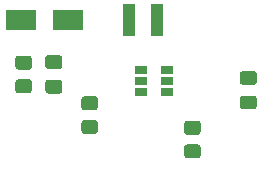
<source format=gbr>
%TF.GenerationSoftware,KiCad,Pcbnew,(5.1.10)-1*%
%TF.CreationDate,2021-11-09T18:22:06+08:00*%
%TF.ProjectId,mt3608,6d743336-3038-42e6-9b69-6361645f7063,rev?*%
%TF.SameCoordinates,Original*%
%TF.FileFunction,Paste,Top*%
%TF.FilePolarity,Positive*%
%FSLAX46Y46*%
G04 Gerber Fmt 4.6, Leading zero omitted, Abs format (unit mm)*
G04 Created by KiCad (PCBNEW (5.1.10)-1) date 2021-11-09 18:22:06*
%MOMM*%
%LPD*%
G01*
G04 APERTURE LIST*
%ADD10R,2.500000X1.800000*%
%ADD11R,1.000000X2.750000*%
%ADD12R,1.060000X0.650000*%
G04 APERTURE END LIST*
%TO.C,C1*%
G36*
G01*
X64295000Y-44455000D02*
X65245000Y-44455000D01*
G75*
G02*
X65495000Y-44705000I0J-250000D01*
G01*
X65495000Y-45380000D01*
G75*
G02*
X65245000Y-45630000I-250000J0D01*
G01*
X64295000Y-45630000D01*
G75*
G02*
X64045000Y-45380000I0J250000D01*
G01*
X64045000Y-44705000D01*
G75*
G02*
X64295000Y-44455000I250000J0D01*
G01*
G37*
G36*
G01*
X64295000Y-46530000D02*
X65245000Y-46530000D01*
G75*
G02*
X65495000Y-46780000I0J-250000D01*
G01*
X65495000Y-47455000D01*
G75*
G02*
X65245000Y-47705000I-250000J0D01*
G01*
X64295000Y-47705000D01*
G75*
G02*
X64045000Y-47455000I0J250000D01*
G01*
X64045000Y-46780000D01*
G75*
G02*
X64295000Y-46530000I250000J0D01*
G01*
G37*
%TD*%
%TO.C,C2*%
G36*
G01*
X47825000Y-45190000D02*
X48775000Y-45190000D01*
G75*
G02*
X49025000Y-45440000I0J-250000D01*
G01*
X49025000Y-46115000D01*
G75*
G02*
X48775000Y-46365000I-250000J0D01*
G01*
X47825000Y-46365000D01*
G75*
G02*
X47575000Y-46115000I0J250000D01*
G01*
X47575000Y-45440000D01*
G75*
G02*
X47825000Y-45190000I250000J0D01*
G01*
G37*
G36*
G01*
X47825000Y-43115000D02*
X48775000Y-43115000D01*
G75*
G02*
X49025000Y-43365000I0J-250000D01*
G01*
X49025000Y-44040000D01*
G75*
G02*
X48775000Y-44290000I-250000J0D01*
G01*
X47825000Y-44290000D01*
G75*
G02*
X47575000Y-44040000I0J250000D01*
G01*
X47575000Y-43365000D01*
G75*
G02*
X47825000Y-43115000I250000J0D01*
G01*
G37*
%TD*%
D10*
%TO.C,D1*%
X45530000Y-40130000D03*
X49530000Y-40130000D03*
%TD*%
D11*
%TO.C,L1*%
X57010000Y-40160000D03*
X54710000Y-40160000D03*
%TD*%
%TO.C,R1*%
G36*
G01*
X45299999Y-45150000D02*
X46200001Y-45150000D01*
G75*
G02*
X46450000Y-45399999I0J-249999D01*
G01*
X46450000Y-46100001D01*
G75*
G02*
X46200001Y-46350000I-249999J0D01*
G01*
X45299999Y-46350000D01*
G75*
G02*
X45050000Y-46100001I0J249999D01*
G01*
X45050000Y-45399999D01*
G75*
G02*
X45299999Y-45150000I249999J0D01*
G01*
G37*
G36*
G01*
X45299999Y-43150000D02*
X46200001Y-43150000D01*
G75*
G02*
X46450000Y-43399999I0J-249999D01*
G01*
X46450000Y-44100001D01*
G75*
G02*
X46200001Y-44350000I-249999J0D01*
G01*
X45299999Y-44350000D01*
G75*
G02*
X45050000Y-44100001I0J249999D01*
G01*
X45050000Y-43399999D01*
G75*
G02*
X45299999Y-43150000I249999J0D01*
G01*
G37*
%TD*%
%TO.C,R2*%
G36*
G01*
X51790001Y-49790000D02*
X50889999Y-49790000D01*
G75*
G02*
X50640000Y-49540001I0J249999D01*
G01*
X50640000Y-48839999D01*
G75*
G02*
X50889999Y-48590000I249999J0D01*
G01*
X51790001Y-48590000D01*
G75*
G02*
X52040000Y-48839999I0J-249999D01*
G01*
X52040000Y-49540001D01*
G75*
G02*
X51790001Y-49790000I-249999J0D01*
G01*
G37*
G36*
G01*
X51790001Y-47790000D02*
X50889999Y-47790000D01*
G75*
G02*
X50640000Y-47540001I0J249999D01*
G01*
X50640000Y-46839999D01*
G75*
G02*
X50889999Y-46590000I249999J0D01*
G01*
X51790001Y-46590000D01*
G75*
G02*
X52040000Y-46839999I0J-249999D01*
G01*
X52040000Y-47540001D01*
G75*
G02*
X51790001Y-47790000I-249999J0D01*
G01*
G37*
%TD*%
%TO.C,R3*%
G36*
G01*
X60490001Y-51860000D02*
X59589999Y-51860000D01*
G75*
G02*
X59340000Y-51610001I0J249999D01*
G01*
X59340000Y-50909999D01*
G75*
G02*
X59589999Y-50660000I249999J0D01*
G01*
X60490001Y-50660000D01*
G75*
G02*
X60740000Y-50909999I0J-249999D01*
G01*
X60740000Y-51610001D01*
G75*
G02*
X60490001Y-51860000I-249999J0D01*
G01*
G37*
G36*
G01*
X60490001Y-49860000D02*
X59589999Y-49860000D01*
G75*
G02*
X59340000Y-49610001I0J249999D01*
G01*
X59340000Y-48909999D01*
G75*
G02*
X59589999Y-48660000I249999J0D01*
G01*
X60490001Y-48660000D01*
G75*
G02*
X60740000Y-48909999I0J-249999D01*
G01*
X60740000Y-49610001D01*
G75*
G02*
X60490001Y-49860000I-249999J0D01*
G01*
G37*
%TD*%
D12*
%TO.C,U1*%
X55690000Y-44360000D03*
X55690000Y-45310000D03*
X55690000Y-46260000D03*
X57890000Y-46260000D03*
X57890000Y-44360000D03*
X57890000Y-45310000D03*
%TD*%
M02*

</source>
